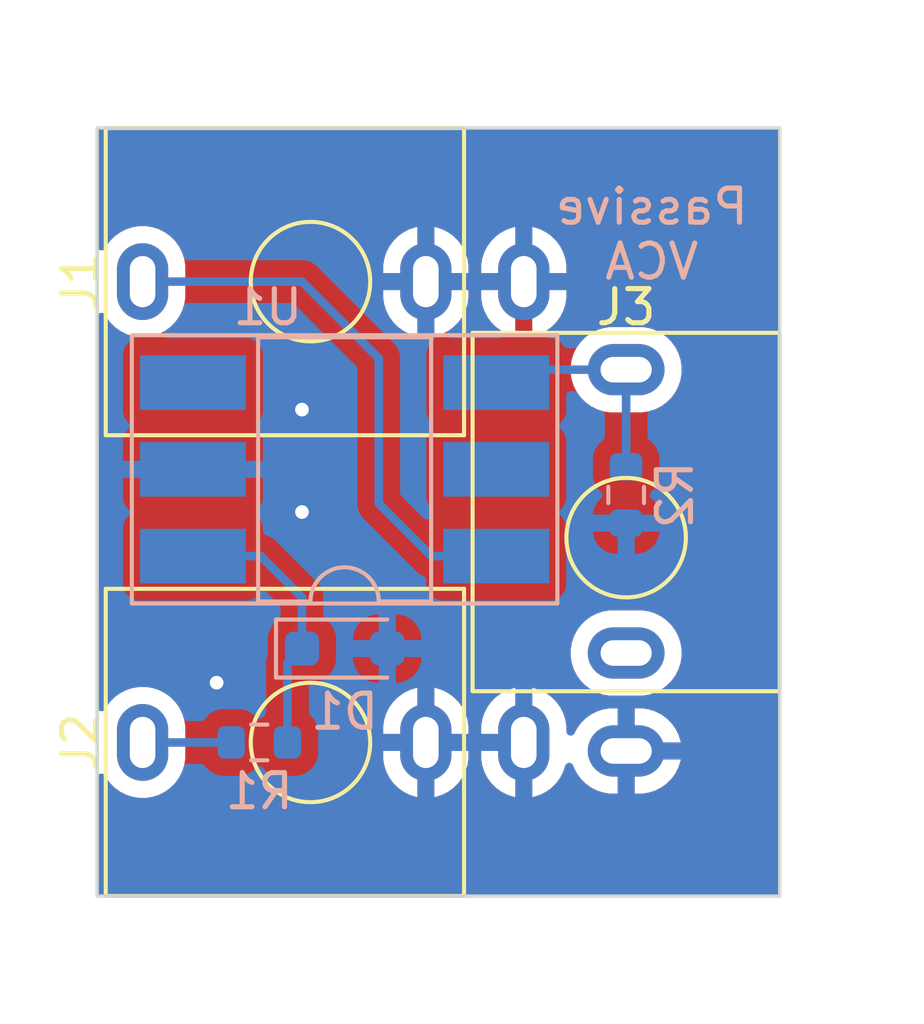
<source format=kicad_pcb>
(kicad_pcb (version 20240108) (generator "pcbnew") (generator_version "8.0")
  (layers (0 "F.Cu" signal) (31 "B.Cu" signal) (34 "B.Paste" user) (35 "F.Paste" user) (36 "B.SilkS" user "B.Silkscreen") (37 "F.SilkS" user "F.Silkscreen") (38 "B.Mask" user) (39 "F.Mask" user) (44 "Edge.Cuts" user))
  (net 0 "")
  (net 1 "Net-(J1-PadT)")
  (net 2 "GND")
  (net 3 "Net-(J2-PadT)")
  (net 5 "Net-(J3-PadT)")
  (net 6 "Net-(D1-K)")
  (footprint "Custom_FP:PJ398SM" (layer "F.Cu") (at 144.25 104.75)
    (property "Reference" "J3" (at 0 -6.75 0) (layer "F.SilkS"))
    (property "Value" "AudioJack2_SwitchT")
    (fp_line (start -4.5 -6) (end -4.5 4.5) (stroke (width 0.12)) (layer "F.SilkS"))
    (fp_line (start -4.5 4.5) (end 4.5 4.5) (stroke (width 0.12)) (layer "F.SilkS"))
    (fp_line (start 4.5 -6) (end -4.5 -6) (stroke (width 0.12)) (layer "F.SilkS"))
    (fp_line (start 4.5 4.5) (end 4.5 -6) (stroke (width 0.12)) (layer "F.SilkS"))
    (fp_circle (center 0 0) (end 1.75 0) (stroke (width 0.12)) (fill none) (layer "F.SilkS"))
    (pad "S" thru_hole oval (at 0 6.25) (size 2.25 1.5) (drill oval 1.5 0.75) (layers "*.Cu" "*.Mask") (net 2 "GND"))
    (pad "T" thru_hole oval (at 0 -4.92) (size 2.25 1.5) (drill oval 1.5 0.75) (layers "*.Cu" "*.Mask") (net 5 "Net-(J3-PadT)"))
    (pad "TN" thru_hole oval (at 0 3.38) (size 2.25 1.5) (drill oval 1.5 0.75) (layers "*.Cu" "*.Mask"))
  )
  (footprint "Custom_FP:PJ398SM" (layer "F.Cu") (at 135 110.75 90)
    (property "Reference" "J2" (at 0 -6.75 90) (layer "F.SilkS"))
    (property "Value" "AudioJack2_SwitchT")
    (fp_line (start 4.5 -6) (end -4.5 -6) (stroke (width 0.12)) (layer "F.SilkS"))
    (fp_line (start -4.5 -6) (end -4.5 4.5) (stroke (width 0.12)) (layer "F.SilkS"))
    (fp_line (start 4.5 4.5) (end 4.5 -6) (stroke (width 0.12)) (layer "F.SilkS"))
    (fp_line (start -4.5 4.5) (end 4.5 4.5) (stroke (width 0.12)) (layer "F.SilkS"))
    (fp_circle (center 0 0) (end 1.75 0) (stroke (width 0.12)) (fill none) (layer "F.SilkS"))
    (pad "S" thru_hole oval (at 0 6.25 90) (size 2.25 1.5) (drill oval 1.5 0.75) (layers "*.Cu" "*.Mask") (net 2 "GND"))
    (pad "T" thru_hole oval (at 0 -4.92 90) (size 2.25 1.5) (drill oval 1.5 0.75) (layers "*.Cu" "*.Mask") (net 3 "Net-(J2-PadT)"))
    (pad "TN" thru_hole oval (at 0 3.38 90) (size 2.25 1.5) (drill oval 1.5 0.75) (layers "*.Cu" "*.Mask") (net 2 "GND"))
  )
  (footprint "Custom_FP:PJ398SM" (layer "F.Cu") (at 135 97.25 90)
    (property "Reference" "J1" (at 0 -6.75 90) (layer "F.SilkS"))
    (property "Value" "AudioJack2_SwitchT")
    (fp_line (start 4.5 -6) (end -4.5 -6) (stroke (width 0.12)) (layer "F.SilkS"))
    (fp_line (start -4.5 -6) (end -4.5 4.5) (stroke (width 0.12)) (layer "F.SilkS"))
    (fp_line (start 4.5 4.5) (end 4.5 -6) (stroke (width 0.12)) (layer "F.SilkS"))
    (fp_line (start -4.5 4.5) (end 4.5 4.5) (stroke (width 0.12)) (layer "F.SilkS"))
    (fp_circle (center 0 0) (end 1.75 0) (stroke (width 0.12)) (fill none) (layer "F.SilkS"))
    (pad "S" thru_hole oval (at 0 6.25 90) (size 2.25 1.5) (drill oval 1.5 0.75) (layers "*.Cu" "*.Mask") (net 2 "GND"))
    (pad "T" thru_hole oval (at 0 -4.92 90) (size 2.25 1.5) (drill oval 1.5 0.75) (layers "*.Cu" "*.Mask") (net 1 "Net-(J1-PadT)"))
    (pad "TN" thru_hole oval (at 0 3.38 90) (size 2.25 1.5) (drill oval 1.5 0.75) (layers "*.Cu" "*.Mask") (net 2 "GND"))
  )
  (footprint "Resistor_SMD:R_0603_1608Metric" (layer "B.Cu") (at 144.25 103.5 90)
    (property "Reference" "R2" (at 0 1.43 90) (layer "B.SilkS") (effects (justify mirror)))
    (property "Value" "220k")
    (fp_line (start 0.237258 -0.5225) (end -0.237258 -0.5225) (stroke (width 0.12)) (layer "B.SilkS"))
    (fp_line (start 0.237258 0.5225) (end -0.237258 0.5225) (stroke (width 0.12)) (layer "B.SilkS"))
    (pad "1" smd roundrect (at -0.825 0 90) (size 0.8 0.95) (layers "B.Cu" "B.Paste" "B.Mask") (net 2 "GND"))
    (pad "2" smd roundrect (at 0.825 0 90) (size 0.8 0.95) (layers "B.Cu" "B.Paste" "B.Mask") (net 5 "Net-(J3-PadT)"))
  )
  (footprint "Resistor_SMD:R_0603_1608Metric" (layer "B.Cu") (at 133.5 110.75)
    (property "Reference" "R1" (at 0 1.43 0) (layer "B.SilkS") (effects (justify mirror)))
    (property "Value" "200")
    (fp_line (start 0.237258 -0.5225) (end -0.237258 -0.5225) (stroke (width 0.12)) (layer "B.SilkS"))
    (fp_line (start 0.237258 0.5225) (end -0.237258 0.5225) (stroke (width 0.12)) (layer "B.SilkS"))
    (pad "1" smd roundrect (at -0.825 0) (size 0.8 0.95) (layers "B.Cu" "B.Paste" "B.Mask") (net 3 "Net-(J2-PadT)"))
    (pad "2" smd roundrect (at 0.825 0) (size 0.8 0.95) (layers "B.Cu" "B.Paste" "B.Mask") (net 6 "Net-(D1-K)"))
  )
  (footprint "Package_DIP:DIP-6_W8.89mm_SMDSocket_LongPads" (layer "B.Cu") (at 136 102.75)
    (property "Reference" "U1" (at -2.25 -4.75 0) (layer "B.SilkS") (effects (justify mirror)))
    (property "Value" "H11F1")
    (fp_line (start -6.235 -3.93) (end -6.235 3.93) (stroke (width 0.12)) (layer "B.SilkS"))
    (fp_line (start -6.235 3.93) (end 6.235 3.93) (stroke (width 0.12)) (layer "B.SilkS"))
    (fp_line (start -2.535 -3.87) (end -2.535 3.87) (stroke (width 0.12)) (layer "B.SilkS"))
    (fp_line (start -2.535 3.87) (end -1 3.87) (stroke (width 0.12)) (layer "B.SilkS"))
    (fp_line (start 1 3.87) (end 2.535 3.87) (stroke (width 0.12)) (layer "B.SilkS"))
    (fp_line (start 2.535 -3.87) (end -2.535 -3.87) (stroke (width 0.12)) (layer "B.SilkS"))
    (fp_line (start 2.535 3.87) (end 2.535 -3.87) (stroke (width 0.12)) (layer "B.SilkS"))
    (fp_line (start 6.235 -3.93) (end -6.235 -3.93) (stroke (width 0.12)) (layer "B.SilkS"))
    (fp_line (start 6.235 3.93) (end 6.235 -3.93) (stroke (width 0.12)) (layer "B.SilkS"))
    (fp_arc (start -1 3.87) (mid 0 2.87) (end 1 3.87) (stroke (width 0.12)) (layer "B.SilkS"))
    (pad "1" smd rect (at -4.445 2.54) (size 3.1 1.6) (layers "B.Cu" "B.Paste" "B.Mask") (net 6 "Net-(D1-K)"))
    (pad "2" smd rect (at -4.445 0) (size 3.1 1.6) (layers "B.Cu" "B.Paste" "B.Mask") (net 2 "GND"))
    (pad "3" smd rect (at -4.445 -2.54) (size 3.1 1.6) (layers "B.Cu" "B.Paste" "B.Mask"))
    (pad "4" smd rect (at 4.445 -2.54) (size 3.1 1.6) (layers "B.Cu" "B.Paste" "B.Mask") (net 5 "Net-(J3-PadT)"))
    (pad "5" smd rect (at 4.445 0) (size 3.1 1.6) (layers "B.Cu" "B.Paste" "B.Mask"))
    (pad "6" smd rect (at 4.445 2.54) (size 3.1 1.6) (layers "B.Cu" "B.Paste" "B.Mask") (net 1 "Net-(J1-PadT)"))
  )
  (footprint "Diode_SMD:D_SOD-323_HandSoldering" (layer "B.Cu") (at 136 108)
    (property "Reference" "D1" (at 0 1.85 360) (layer "B.SilkS") (effects (justify mirror)))
    (property "Value" "D")
    (fp_line (start -2.01 -0.85) (end -2.01 0.85) (stroke (width 0.12)) (layer "B.SilkS"))
    (fp_line (start 1.25 -0.85) (end -2.01 -0.85) (stroke (width 0.12)) (layer "B.SilkS"))
    (fp_line (start 1.25 0.85) (end -2.01 0.85) (stroke (width 0.12)) (layer "B.SilkS"))
    (pad "1" smd roundrect (at -1.25 0) (size 1 1) (layers "B.Cu" "B.Paste" "B.Mask") (net 6 "Net-(D1-K)"))
    (pad "2" smd roundrect (at 1.25 0) (size 1 1) (layers "B.Cu" "B.Paste" "B.Mask") (net 2 "GND"))
  )
  (gr_line (start 128.75 92.75) (end 128.75 115.25) (stroke (width 0.1)) (layer "Edge.Cuts"))
  (gr_line (start 148.75 115.25) (end 148.75 92.75) (stroke (width 0.1)) (layer "Edge.Cuts"))
  (gr_line (start 148.75 92.75) (end 128.75 92.75) (stroke (width 0.1)) (layer "Edge.Cuts"))
  (gr_line (start 128.75 115.25) (end 148.75 115.25) (stroke (width 0.1)) (layer "Edge.Cuts"))
  (gr_text "Passive\nVCA" (at 145 97.25 0) (layer "B.SilkS") (effects (font (size 1 1)) (justify bottom mirror)))
  (segment (start 134.75 97.25) (end 137 99.5) (width 0.25) (layer "B.Cu") (net 1))
  (segment (start 137 99.5) (end 137 103.75) (width 0.25) (layer "B.Cu") (net 1))
  (segment (start 138.54 105.29) (end 140.445 105.29) (width 0.25) (layer "B.Cu") (net 1))
  (segment (start 137 103.75) (end 138.54 105.29) (width 0.25) (layer "B.Cu") (net 1))
  (segment (start 130.08 97.25) (end 134.75 97.25) (width 0.25) (layer "B.Cu") (net 1))
  (via (at 134.75 101) (size 0.8) (drill 0.4) (layers "F.Cu" "B.Cu") (net 2))
  (via (at 134.75 104) (size 0.8) (drill 0.4) (layers "F.Cu" "B.Cu") (net 2))
  (via (at 132.25 109) (size 0.8) (drill 0.4) (layers "F.Cu" "B.Cu") (net 2))
  (segment (start 130.08 110.75) (end 132.675 110.75) (width 0.25) (layer "B.Cu") (net 3))
  (segment (start 144.25 99.83) (end 140.825 99.83) (width 0.25) (layer "B.Cu") (net 5))
  (segment (start 144.25 102.675) (end 144.25 99.83) (width 0.25) (layer "B.Cu") (net 5))
  (segment (start 144.25 101) (end 144.25 99.83) (width 0.25) (layer "B.Cu") (net 5))
  (segment (start 140.825 99.83) (end 140.445 100.21) (width 0.25) (layer "B.Cu") (net 5))
  (segment (start 144.25 102.675) (end 144.25 101.42) (width 0.25) (layer "B.Cu") (net 5))
  (segment (start 134.325 108.425) (end 134.75 108) (width 0.25) (layer "B.Cu") (net 6))
  (segment (start 133.54 105.29) (end 131.555 105.29) (width 0.25) (layer "B.Cu") (net 6))
  (segment (start 134.325 110.75) (end 134.325 108.425) (width 0.25) (layer "B.Cu") (net 6))
  (segment (start 134.75 106.5) (end 133.54 105.29) (width 0.25) (layer "B.Cu") (net 6))
  (segment (start 134.75 108) (end 134.75 106.5) (width 0.25) (layer "B.Cu") (net 6))
  (zone (net 2) (net_name "GND") (layers "F&B.Cu") (connect_pads (clearance 0.5)) (min_thickness 0.25) (fill yes (thermal_gap 0.5) (thermal_bridge_width 0.5))
    (polygon (pts (xy 151.5 91.25) (xy 126 89) (xy 126 119) (xy 152.5 118.25) (xy 153 117.25)))
  )
)
</source>
